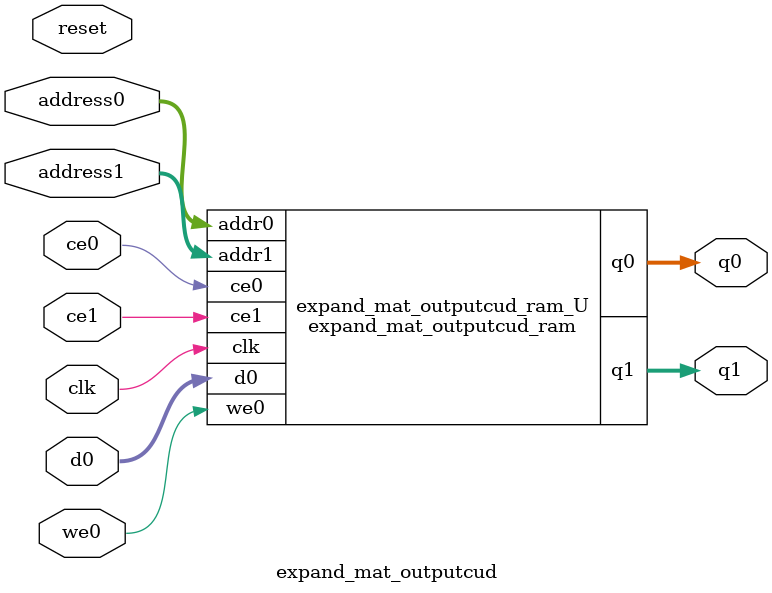
<source format=v>

`timescale 1 ns / 1 ps
module expand_mat_outputcud_ram (addr0, ce0, d0, we0, q0, addr1, ce1, q1,  clk);

parameter DWIDTH = 8;
parameter AWIDTH = 10;
parameter MEM_SIZE = 840;

input[AWIDTH-1:0] addr0;
input ce0;
input[DWIDTH-1:0] d0;
input we0;
output reg[DWIDTH-1:0] q0;
input[AWIDTH-1:0] addr1;
input ce1;
output reg[DWIDTH-1:0] q1;
input clk;

(* ram_style = "block" *)reg [DWIDTH-1:0] ram[0:MEM_SIZE-1];




always @(posedge clk)  
begin 
    if (ce0) 
    begin
        if (we0) 
        begin 
            ram[addr0] <= d0; 
            q0 <= d0;
        end 
        else 
            q0 <= ram[addr0];
    end
end


always @(posedge clk)  
begin 
    if (ce1) 
    begin
            q1 <= ram[addr1];
    end
end


endmodule


`timescale 1 ns / 1 ps
module expand_mat_outputcud(
    reset,
    clk,
    address0,
    ce0,
    we0,
    d0,
    q0,
    address1,
    ce1,
    q1);

parameter DataWidth = 32'd8;
parameter AddressRange = 32'd840;
parameter AddressWidth = 32'd10;
input reset;
input clk;
input[AddressWidth - 1:0] address0;
input ce0;
input we0;
input[DataWidth - 1:0] d0;
output[DataWidth - 1:0] q0;
input[AddressWidth - 1:0] address1;
input ce1;
output[DataWidth - 1:0] q1;



expand_mat_outputcud_ram expand_mat_outputcud_ram_U(
    .clk( clk ),
    .addr0( address0 ),
    .ce0( ce0 ),
    .we0( we0 ),
    .d0( d0 ),
    .q0( q0 ),
    .addr1( address1 ),
    .ce1( ce1 ),
    .q1( q1 ));

endmodule


</source>
